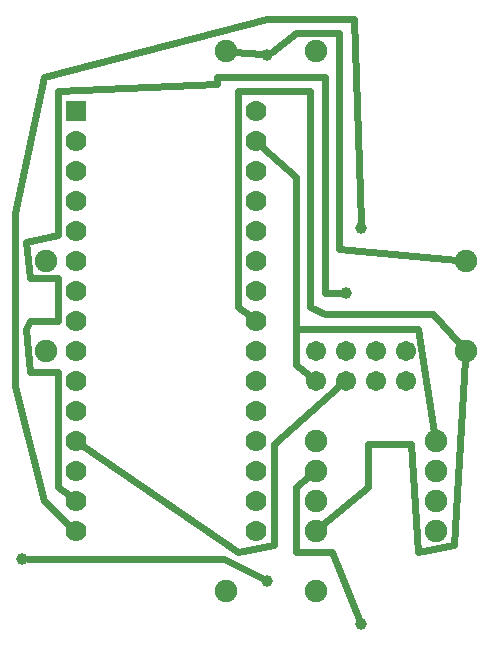
<source format=gtl>
G04 MADE WITH FRITZING*
G04 WWW.FRITZING.ORG*
G04 DOUBLE SIDED*
G04 HOLES PLATED*
G04 CONTOUR ON CENTER OF CONTOUR VECTOR*
%ASAXBY*%
%FSLAX23Y23*%
%MOIN*%
%OFA0B0*%
%SFA1.0B1.0*%
%ADD10C,0.070000*%
%ADD11C,0.067278*%
%ADD12C,0.075000*%
%ADD13C,0.039370*%
%ADD14R,0.069972X0.070000*%
%ADD15C,0.024000*%
%LNCOPPER1*%
G90*
G70*
G54D10*
X285Y1762D03*
X285Y1662D03*
X285Y1562D03*
X285Y1462D03*
X285Y1362D03*
X285Y1262D03*
X285Y1162D03*
X285Y1062D03*
X285Y962D03*
X285Y862D03*
X285Y762D03*
X285Y662D03*
X285Y562D03*
X285Y462D03*
X285Y362D03*
X885Y1762D03*
X885Y1662D03*
X885Y1562D03*
X885Y1462D03*
X885Y1362D03*
X885Y1262D03*
X885Y1162D03*
X885Y1062D03*
X885Y962D03*
X885Y862D03*
X885Y762D03*
X885Y662D03*
X885Y562D03*
X885Y462D03*
X885Y362D03*
G54D11*
X1085Y962D03*
X1185Y962D03*
X1285Y962D03*
X1385Y962D03*
X1085Y862D03*
X1185Y862D03*
X1285Y862D03*
X1385Y862D03*
G54D12*
X785Y162D03*
X1085Y162D03*
X1085Y662D03*
X1485Y662D03*
X185Y1262D03*
X185Y962D03*
X785Y1962D03*
X1085Y1962D03*
X1085Y462D03*
X1485Y462D03*
X1585Y1262D03*
X1585Y962D03*
X1085Y362D03*
X1485Y362D03*
X1085Y562D03*
X1485Y562D03*
G54D13*
X1236Y1372D03*
X1236Y52D03*
X924Y1948D03*
X1188Y1156D03*
X108Y268D03*
X924Y196D03*
G54D14*
X285Y1762D03*
G54D15*
X309Y646D02*
X828Y292D01*
X828Y292D02*
X948Y316D01*
X948Y316D02*
X948Y652D01*
X948Y652D02*
X1164Y843D01*
D02*
X1063Y880D02*
X1020Y916D01*
X1020Y916D02*
X1020Y1036D01*
X1020Y1036D02*
X1428Y1036D01*
X1428Y1036D02*
X1481Y690D01*
D02*
X906Y1642D02*
X1020Y1540D01*
X1020Y1540D02*
X1020Y1036D01*
D02*
X1566Y983D02*
X1476Y1084D01*
X1476Y1084D02*
X1116Y1084D01*
X1116Y1084D02*
X1068Y1108D01*
X1068Y1108D02*
X1068Y1828D01*
X1068Y1828D02*
X828Y1828D01*
X828Y1828D02*
X828Y1108D01*
X828Y1108D02*
X862Y1080D01*
D02*
X1107Y380D02*
X1260Y508D01*
X1260Y508D02*
X1260Y652D01*
X1260Y652D02*
X1404Y652D01*
X1404Y652D02*
X1428Y292D01*
X1428Y292D02*
X1548Y316D01*
X1548Y316D02*
X1583Y933D01*
D02*
X1063Y544D02*
X1020Y508D01*
X1020Y508D02*
X1020Y292D01*
X1020Y292D02*
X1140Y292D01*
X1140Y292D02*
X1229Y69D01*
D02*
X262Y480D02*
X228Y508D01*
X228Y508D02*
X228Y892D01*
X228Y892D02*
X132Y892D01*
X132Y892D02*
X120Y1036D01*
X120Y1036D02*
X132Y1060D01*
X132Y1060D02*
X228Y1060D01*
X228Y1060D02*
X228Y1204D01*
X228Y1204D02*
X132Y1204D01*
X132Y1204D02*
X120Y1324D01*
X120Y1324D02*
X228Y1348D01*
X228Y1348D02*
X228Y1828D01*
X228Y1828D02*
X756Y1852D01*
X756Y1852D02*
X756Y1876D01*
X756Y1876D02*
X1116Y1876D01*
X1116Y1876D02*
X1116Y1156D01*
X1116Y1156D02*
X1169Y1156D01*
D02*
X813Y1959D02*
X905Y1950D01*
D02*
X1556Y1265D02*
X1164Y1300D01*
X1164Y1300D02*
X1164Y2020D01*
X1164Y2020D02*
X1020Y2020D01*
X1020Y2020D02*
X939Y1959D01*
D02*
X264Y382D02*
X180Y460D01*
X180Y460D02*
X84Y844D01*
X84Y844D02*
X84Y1420D01*
X84Y1420D02*
X180Y1876D01*
X180Y1876D02*
X924Y2068D01*
X924Y2068D02*
X1212Y2068D01*
X1212Y2068D02*
X1235Y1391D01*
D02*
X907Y204D02*
X780Y268D01*
X780Y268D02*
X127Y268D01*
G04 End of Copper1*
M02*
</source>
